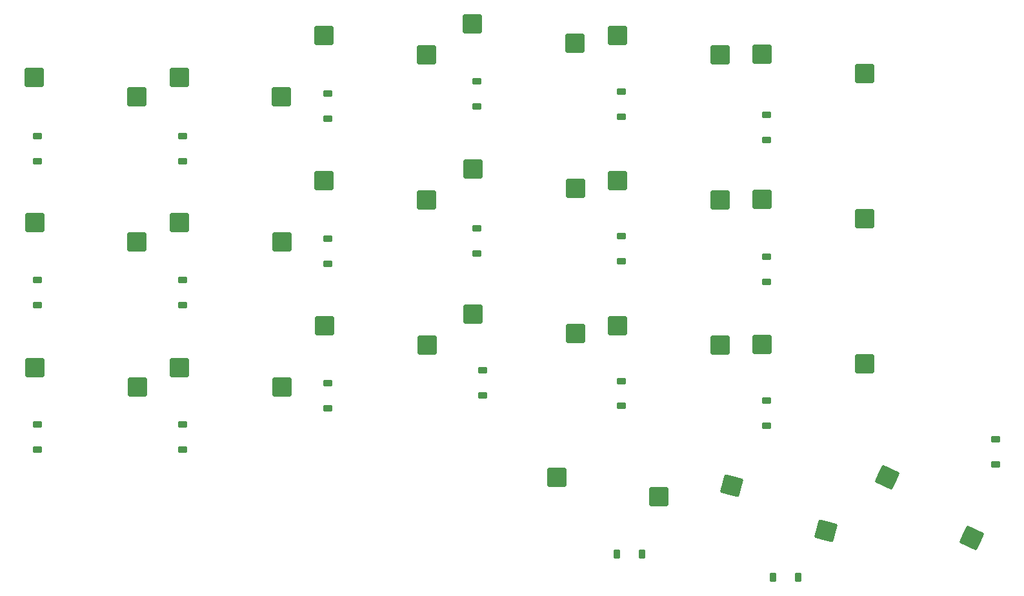
<source format=gbr>
%TF.GenerationSoftware,KiCad,Pcbnew,8.0.1*%
%TF.CreationDate,2024-05-26T01:43:18+02:00*%
%TF.ProjectId,KeyboardTest2_right,4b657962-6f61-4726-9454-657374325f72,rev?*%
%TF.SameCoordinates,Original*%
%TF.FileFunction,Paste,Top*%
%TF.FilePolarity,Positive*%
%FSLAX46Y46*%
G04 Gerber Fmt 4.6, Leading zero omitted, Abs format (unit mm)*
G04 Created by KiCad (PCBNEW 8.0.1) date 2024-05-26 01:43:18*
%MOMM*%
%LPD*%
G01*
G04 APERTURE LIST*
G04 Aperture macros list*
%AMRoundRect*
0 Rectangle with rounded corners*
0 $1 Rounding radius*
0 $2 $3 $4 $5 $6 $7 $8 $9 X,Y pos of 4 corners*
0 Add a 4 corners polygon primitive as box body*
4,1,4,$2,$3,$4,$5,$6,$7,$8,$9,$2,$3,0*
0 Add four circle primitives for the rounded corners*
1,1,$1+$1,$2,$3*
1,1,$1+$1,$4,$5*
1,1,$1+$1,$6,$7*
1,1,$1+$1,$8,$9*
0 Add four rect primitives between the rounded corners*
20,1,$1+$1,$2,$3,$4,$5,0*
20,1,$1+$1,$4,$5,$6,$7,0*
20,1,$1+$1,$6,$7,$8,$9,0*
20,1,$1+$1,$8,$9,$2,$3,0*%
G04 Aperture macros list end*
%ADD10RoundRect,0.250000X-1.025000X-1.000000X1.025000X-1.000000X1.025000X1.000000X-1.025000X1.000000X0*%
%ADD11RoundRect,0.225000X0.375000X-0.225000X0.375000X0.225000X-0.375000X0.225000X-0.375000X-0.225000X0*%
%ADD12RoundRect,0.225000X0.225000X0.375000X-0.225000X0.375000X-0.225000X-0.375000X0.225000X-0.375000X0*%
%ADD13RoundRect,0.250000X-1.248893X-0.700636X0.731255X-1.231215X1.248893X0.700636X-0.731255X1.231215X0*%
%ADD14RoundRect,0.225000X-0.375000X0.225000X-0.375000X-0.225000X0.375000X-0.225000X0.375000X0.225000X0*%
%ADD15RoundRect,0.250000X-1.351584X-0.473124X0.506347X-1.339492X1.351584X0.473124X-0.506347X1.339492X0*%
G04 APERTURE END LIST*
D10*
%TO.C,MX15*%
X109371274Y-63992746D03*
X95921274Y-61452746D03*
%TD*%
%TO.C,MX13*%
X147357588Y-68010215D03*
X133907588Y-65470215D03*
%TD*%
%TO.C,MX17*%
X70880747Y-71017919D03*
X57430747Y-68477919D03*
%TD*%
%TO.C,MX14*%
X128356637Y-65560511D03*
X114906637Y-63020511D03*
%TD*%
D11*
%TO.C,D12*%
X38805901Y-60267488D03*
X38805901Y-56967488D03*
%TD*%
D10*
%TO.C,MX10*%
X89842680Y-46498478D03*
X76392680Y-43958478D03*
%TD*%
%TO.C,MX2*%
X128337651Y-27418105D03*
X114887651Y-24878105D03*
%TD*%
%TO.C,MX11*%
X70860000Y-51960000D03*
X57410000Y-49420000D03*
%TD*%
D11*
%TO.C,D1*%
X134493512Y-38593893D03*
X134493512Y-35293893D03*
%TD*%
%TO.C,D2*%
X115437651Y-35528105D03*
X115437651Y-32228105D03*
%TD*%
D10*
%TO.C,MX16*%
X89903105Y-65523757D03*
X76453105Y-62983757D03*
%TD*%
D12*
%TO.C,D20*%
X138650000Y-96000000D03*
X135350000Y-96000000D03*
%TD*%
D11*
%TO.C,D16*%
X76902680Y-73838478D03*
X76902680Y-70538478D03*
%TD*%
D10*
%TO.C,MX18*%
X51910654Y-71017919D03*
X38460654Y-68477919D03*
%TD*%
D11*
%TO.C,D7*%
X134493512Y-57243893D03*
X134493512Y-53943893D03*
%TD*%
D10*
%TO.C,MX3*%
X109341481Y-25889484D03*
X95891481Y-23349484D03*
%TD*%
%TO.C,MX5*%
X70835405Y-32922351D03*
X57385405Y-30382351D03*
%TD*%
D11*
%TO.C,D10*%
X76902680Y-54838478D03*
X76902680Y-51538478D03*
%TD*%
%TO.C,D14*%
X115437651Y-73528105D03*
X115437651Y-70228105D03*
%TD*%
D10*
%TO.C,MX9*%
X109360000Y-44960000D03*
X95910000Y-42420000D03*
%TD*%
%TO.C,MX21*%
X120360000Y-85460000D03*
X106910000Y-82920000D03*
%TD*%
%TO.C,MX4*%
X89860000Y-27460000D03*
X76410000Y-24920000D03*
%TD*%
%TO.C,MX1*%
X147353512Y-29903893D03*
X133903512Y-27363893D03*
%TD*%
%TO.C,MX6*%
X51805498Y-32952259D03*
X38355498Y-30412259D03*
%TD*%
D11*
%TO.C,D3*%
X96421895Y-34191173D03*
X96421895Y-30891173D03*
%TD*%
D10*
%TO.C,MX12*%
X51860000Y-51960000D03*
X38410000Y-49420000D03*
%TD*%
D12*
%TO.C,D21*%
X118150000Y-93000000D03*
X114850000Y-93000000D03*
%TD*%
D10*
%TO.C,MX7*%
X147360000Y-48960000D03*
X133910000Y-46420000D03*
%TD*%
D13*
%TO.C,MX20*%
X142266615Y-89951457D03*
X129932312Y-84016889D03*
%TD*%
D11*
%TO.C,D4*%
X76902680Y-35838478D03*
X76902680Y-32538478D03*
%TD*%
%TO.C,D18*%
X38805901Y-79267488D03*
X38805901Y-75967488D03*
%TD*%
D14*
%TO.C,D19*%
X164500000Y-77850000D03*
X164500000Y-81150000D03*
%TD*%
D11*
%TO.C,D13*%
X134493512Y-76093893D03*
X134493512Y-72793893D03*
%TD*%
%TO.C,D15*%
X97203984Y-72100737D03*
X97203984Y-68800737D03*
%TD*%
D15*
%TO.C,MX19*%
X161375746Y-90873469D03*
X150259356Y-82887232D03*
%TD*%
D11*
%TO.C,D17*%
X57856947Y-79267488D03*
X57856947Y-75967488D03*
%TD*%
%TO.C,D9*%
X96421895Y-53541173D03*
X96421895Y-50241173D03*
%TD*%
%TO.C,D5*%
X57856947Y-41417488D03*
X57856947Y-38117488D03*
%TD*%
%TO.C,D8*%
X115437651Y-54528105D03*
X115437651Y-51228105D03*
%TD*%
D10*
%TO.C,MX8*%
X128360000Y-46460000D03*
X114910000Y-43920000D03*
%TD*%
D11*
%TO.C,D11*%
X57856947Y-60267488D03*
X57856947Y-56967488D03*
%TD*%
%TO.C,D6*%
X38805901Y-41417488D03*
X38805901Y-38117488D03*
%TD*%
M02*

</source>
